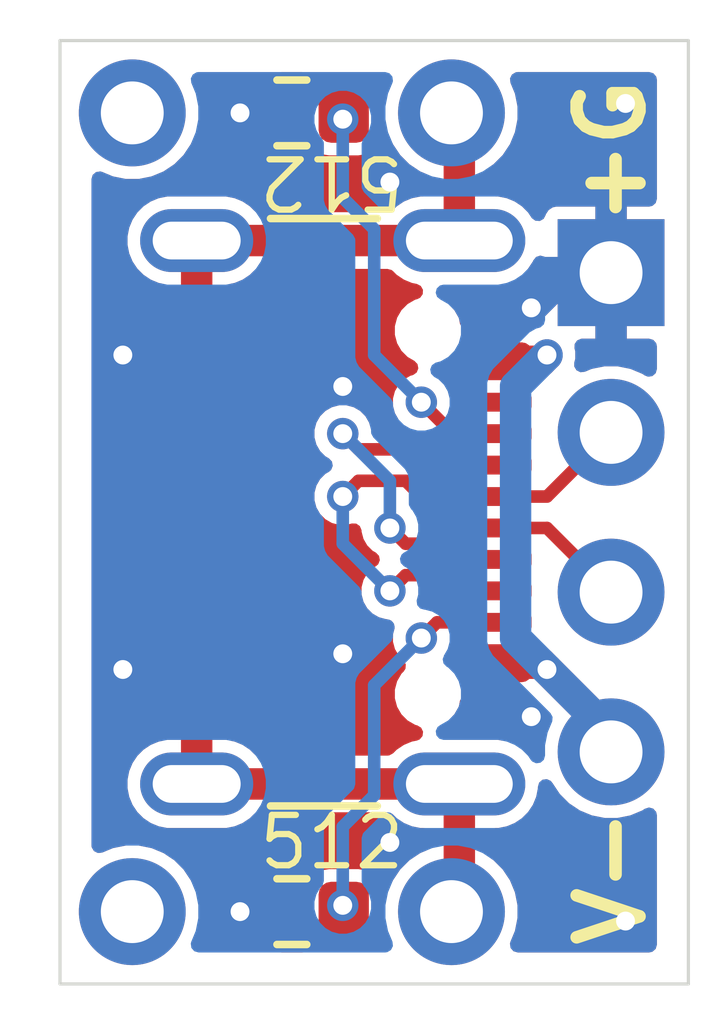
<source format=kicad_pcb>
(kicad_pcb (version 20241229) (generator "pcbnew") (generator_version "9.0")
  (layers (0 "F.Cu" signal) (2 "B.Cu" signal) (13 "F.Paste" user) (15 "B.Paste" user) (5 "F.SilkS" user "F.Silkscreen") (7 "B.SilkS" user "B.Silkscreen") (1 "F.Mask" user) (3 "B.Mask" user) (25 "Edge.Cuts" user))
  (net 0 "")
  (net 1 "VBUS")
  (net 3 "Net-(J1-CC1)")
  (net 4 "GND")
  (net 5 "D-")
  (net 7 "D+")
  (net 8 "Net-(J1-CC2)")
  (net 9 "SHIELD")
  (footprint "Resistor_SMD:R_0603_1608Metric" (layer "F.Cu") (at 96.19 93.65 180)
    (property "Reference" "R1" (hide yes))
    (property "Value" "5k1" (hide yes))
    (fp_line (start -0.237258 0.5225) (end 0.237258 0.5225) (stroke (width 0.12)) (layer "F.SilkS"))
    (fp_line (start -0.237258 -0.5225) (end 0.237258 -0.5225) (stroke (width 0.12)) (layer "F.SilkS"))
    (pad "1" smd roundrect (at -0.825 0 180) (size 0.8 0.95) (layers "F.Cu" "F.Mask" "F.Paste") (net 3 "Net-(J1-CC1)"))
    (pad "2" smd roundrect (at 0.825 0 180) (size 0.8 0.95) (layers "F.Cu" "F.Mask" "F.Paste") (net 4 "GND"))
  )
  (footprint "Resistor_SMD:R_0603_1608Metric" (layer "F.Cu") (at 96.19 106.35 180)
    (property "Reference" "R2" (hide yes))
    (property "Value" "5k1" (hide yes))
    (fp_line (start -0.237258 0.5225) (end 0.237258 0.5225) (stroke (width 0.12)) (layer "F.SilkS"))
    (fp_line (start -0.237258 -0.5225) (end 0.237258 -0.5225) (stroke (width 0.12)) (layer "F.SilkS"))
    (pad "1" smd roundrect (at -0.825 0 180) (size 0.8 0.95) (layers "F.Cu" "F.Mask" "F.Paste") (net 8 "Net-(J1-CC2)"))
    (pad "2" smd roundrect (at 0.825 0 180) (size 0.8 0.95) (layers "F.Cu" "F.Mask" "F.Paste") (net 4 "GND"))
  )
  (footprint "Connector_USB:USB_C_Receptacle_GCT_USB4105-xx-A_16P_TopMnt_Horizontal" (layer "F.Cu") (at 95.75 100 -90)
    (property "Reference" "J1" (hide yes))
    (property "Value" "USB_C_Receptacle_USB2.0_16P" (hide yes))
    (fp_line (start -4.67 -0.1) (end -4.67 -1.8) (stroke (width 0.12)) (layer "F.SilkS"))
    (fp_line (start 4.67 -0.1) (end 4.67 -1.8) (stroke (width 0.12)) (layer "F.SilkS"))
    (pad "" np_thru_hole circle (at -2.89 -2.605 270) (size 0.65 0.65) (drill 0.65) (layers "*.Cu" "*.Mask"))
    (pad "" np_thru_hole circle (at 2.89 -2.605 270) (size 0.65 0.65) (drill 0.65) (layers "*.Cu" "*.Mask"))
    (pad "A1" smd roundrect (at -3.2 -3.68 270) (size 0.6 1.15) (layers "F.Cu" "F.Mask" "F.Paste") (net 4 "GND"))
    (pad "A4" smd roundrect (at -2.4 -3.68 270) (size 0.6 1.15) (layers "F.Cu" "F.Mask" "F.Paste") (net 1 "VBUS"))
    (pad "A5" smd roundrect (at -1.25 -3.68 270) (size 0.3 1.15) (layers "F.Cu" "F.Mask" "F.Paste") (net 3 "Net-(J1-CC1)"))
    (pad "A6" smd roundrect (at -0.25 -3.68 270) (size 0.3 1.15) (layers "F.Cu" "F.Mask" "F.Paste") (net 7 "D+"))
    (pad "A7" smd roundrect (at 0.25 -3.68 270) (size 0.3 1.15) (layers "F.Cu" "F.Mask" "F.Paste") (net 5 "D-"))
    (pad "A8" smd roundrect (at 1.25 -3.68 270) (size 0.3 1.15) (layers "F.Cu" "F.Mask" "F.Paste"))
    (pad "A9" smd roundrect (at 2.4 -3.68 270) (size 0.6 1.15) (layers "F.Cu" "F.Mask" "F.Paste") (net 1 "VBUS"))
    (pad "A12" smd roundrect (at 3.2 -3.68 270) (size 0.6 1.15) (layers "F.Cu" "F.Mask" "F.Paste") (net 4 "GND"))
    (pad "B1" smd roundrect (at 3.2 -3.68 270) (size 0.6 1.15) (layers "F.Cu" "F.Mask" "F.Paste") (net 4 "GND"))
    (pad "B4" smd roundrect (at 2.4 -3.68 270) (size 0.6 1.15) (layers "F.Cu" "F.Mask" "F.Paste") (net 1 "VBUS"))
    (pad "B5" smd roundrect (at 1.75 -3.68 270) (size 0.3 1.15) (layers "F.Cu" "F.Mask" "F.Paste") (net 8 "Net-(J1-CC2)"))
    (pad "B6" smd roundrect (at 0.75 -3.68 270) (size 0.3 1.15) (layers "F.Cu" "F.Mask" "F.Paste") (net 7 "D+"))
    (pad "B7" smd roundrect (at -0.75 -3.68 270) (size 0.3 1.15) (layers "F.Cu" "F.Mask" "F.Paste") (net 5 "D-"))
    (pad "B8" smd roundrect (at -1.75 -3.68 270) (size 0.3 1.15) (layers "F.Cu" "F.Mask" "F.Paste"))
    (pad "B9" smd roundrect (at -2.4 -3.68 270) (size 0.6 1.15) (layers "F.Cu" "F.Mask" "F.Paste") (net 1 "VBUS"))
    (pad "B12" smd roundrect (at -3.2 -3.68 270) (size 0.6 1.15) (layers "F.Cu" "F.Mask" "F.Paste") (net 4 "GND"))
    (pad "S1" thru_hole oval (at -4.32 -3.105 270) (size 1 2.1) (drill oval 0.6 1.7) (property pad_prop_heatsink) (layers "*.Cu" "*.Mask" "F.Paste") (net 9 "SHIELD"))
    (pad "S1" thru_hole oval (at -4.32 1.075 270) (size 1 1.8) (drill oval 0.6 1.4) (property pad_prop_heatsink) (layers "*.Cu" "*.Mask" "F.Paste") (net 9 "SHIELD"))
    (pad "S1" thru_hole oval (at 4.32 -3.105 270) (size 1 2.1) (drill oval 0.6 1.7) (property pad_prop_heatsink) (layers "*.Cu" "*.Mask" "F.Paste") (net 9 "SHIELD"))
    (pad "S1" thru_hole oval (at 4.32 1.075 270) (size 1 1.8) (drill oval 0.6 1.4) (property pad_prop_heatsink) (layers "*.Cu" "*.Mask" "F.Paste") (net 9 "SHIELD"))
  )
  (footprint "Connector_PinHeader_2.54mm:PinHeader_1x01_P2.54mm_Vertical" (layer "B.Cu") (at 93.65 93.65 180)
    (property "Reference" "J5" (hide yes))
    (property "Value" "Conn_01x01_Pin" (hide yes))
    (pad "1" thru_hole circle (at 0 0 180) (size 1.7 1.7) (drill 1) (layers "*.Cu" "*.Mask"))
  )
  (footprint "Connector_PinHeader_2.54mm:PinHeader_1x01_P2.54mm_Vertical" (layer "B.Cu") (at 93.65 106.35 180)
    (property "Reference" "J6" (hide yes))
    (property "Value" "Conn_01x01_Pin" (hide yes))
    (pad "1" thru_hole circle (at 0 0 180) (size 1.7 1.7) (drill 1) (layers "*.Cu" "*.Mask"))
  )
  (footprint "Connector_PinHeader_2.54mm:PinHeader_1x01_P2.54mm_Vertical" (layer "B.Cu") (at 98.73 93.65 180)
    (property "Reference" "J3" (hide yes))
    (property "Value" "Conn_01x01_Pin" (hide yes))
    (pad "1" thru_hole circle (at 0 0 180) (size 1.7 1.7) (drill 1) (layers "*.Cu" "*.Mask") (net 9 "SHIELD"))
  )
  (footprint "Connector_PinHeader_2.54mm:PinHeader_1x01_P2.54mm_Vertical" (layer "B.Cu") (at 98.73 106.35 180)
    (property "Reference" "J4" (hide yes))
    (property "Value" "Conn_01x01_Pin" (hide yes))
    (pad "1" thru_hole circle (at 0 0 180) (size 1.7 1.7) (drill 1) (layers "*.Cu" "*.Mask") (net 9 "SHIELD"))
  )
  (footprint "LOGO" (layer "B.Cu") (at 95 100 -90)
    (property "Reference" "G***" (hide yes))
    (property "Value" "LOGO" (hide yes))
  )
  (footprint "Connector_PinHeader_2.54mm:PinHeader_1x04_P2.54mm_Vertical" (layer "B.Cu") (at 101.27 96.19 180)
    (property "Reference" "J2" (hide yes))
    (property "Value" "Conn_01x04_Pin" (hide yes))
    (pad "1" thru_hole rect (at 0 0 180) (size 1.7 1.7) (drill 1) (layers "*.Cu" "*.Mask") (net 4 "GND"))
    (pad "2" thru_hole circle (at 0 -2.54 180) (size 1.7 1.7) (drill 1) (layers "*.Cu" "*.Mask") (net 7 "D+"))
    (pad "3" thru_hole circle (at 0 -5.08 180) (size 1.7 1.7) (drill 1) (layers "*.Cu" "*.Mask") (net 5 "D-"))
    (pad "4" thru_hole circle (at 0 -7.62 180) (size 1.7 1.7) (drill 1) (layers "*.Cu" "*.Mask") (net 1 "VBUS"))
  )
  (gr_line (start 92.5 92.5) (end 92.5 107.5) (stroke (width 0.05)) (layer "Edge.Cuts"))
  (gr_line (start 102.5 107.5) (end 92.5 107.5) (stroke (width 0.05)) (layer "Edge.Cuts"))
  (gr_line (start 102.5 92.5) (end 102.5 107.5) (stroke (width 0.05)) (layer "Edge.Cuts"))
  (gr_line (start 102.5 92.5) (end 92.5 92.5) (stroke (width 0.05)) (layer "Edge.Cuts"))
  (gr_text "+G" (at 101.27 93.015 90) (layer "F.SilkS") (effects (font (size 1 1) (thickness 0.2) (bold yes)) (justify right)))
  (gr_text "512" (at 96.825 94.285 180) (layer "F.SilkS") (effects (font (size 0.8 0.8) (thickness 0.1)) (justify bottom)))
  (gr_text "512" (at 96.825 105.715 0) (layer "F.SilkS") (effects (font (size 0.8 0.8) (thickness 0.1)) (justify bottom)))
  (gr_text "V-" (at 101.27 106.985 90) (layer "F.SilkS") (effects (font (size 1 1) (thickness 0.2) (bold yes)) (justify left)))
  (segment (start 100.25 97.5) (end 100.15 97.6) (width 0.5) (layer "F.Cu") (net 1))
  (segment (start 100.15 97.6) (end 99.43 97.6) (width 0.5) (layer "F.Cu") (net 1))
  (segment (start 101.27 103.81) (end 101.27 103.52) (width 0.5) (layer "F.Cu") (net 1))
  (segment (start 101.27 103.52) (end 100.15 102.4) (width 0.5) (layer "F.Cu") (net 1))
  (segment (start 100.15 102.4) (end 99.43 102.4) (width 0.5) (layer "F.Cu") (net 1))
  (via (at 100.25 102.5) (size 0.5) (drill 0.3) (layers "F.Cu" "B.Cu") (net 1))
  (via (at 100.25 97.5) (size 0.5) (drill 0.3) (layers "F.Cu" "B.Cu") (net 1))
  (segment (start 100.25 102.5) (end 99.75 102) (width 0.5) (layer "B.Cu") (net 1))
  (segment (start 99.75 102) (end 99.75 98) (width 0.5) (layer "B.Cu") (net 1))
  (segment (start 101.27 103.52) (end 101.27 103.81) (width 0.5) (layer "B.Cu") (net 1))
  (segment (start 99.75 98) (end 100.25 97.5) (width 0.5) (layer "B.Cu") (net 1))
  (segment (start 100.25 102.5) (end 101.27 103.52) (width 0.5) (layer "B.Cu") (net 1))
  (segment (start 98.25 98.25) (end 98.75 98.75) (width 0.2) (layer "F.Cu") (net 3))
  (segment (start 98.75 98.75) (end 99.43 98.75) (width 0.2) (layer "F.Cu") (net 3))
  (via (at 97 93.75) (size 0.5) (drill 0.3) (layers "F.Cu" "B.Cu") (net 3))
  (via (at 98.25 98.25) (size 0.5) (drill 0.3) (layers "F.Cu" "B.Cu") (net 3))
  (segment (start 97 93.75) (end 97 95) (width 0.2) (layer "B.Cu") (net 3))
  (segment (start 97.5 97.5) (end 98.25 98.25) (width 0.2) (layer "B.Cu") (net 3))
  (segment (start 97.5 95.5) (end 97.5 97.5) (width 0.2) (layer "B.Cu") (net 3))
  (segment (start 97 95) (end 97.5 95.5) (width 0.2) (layer "B.Cu") (net 3))
  (segment (start 100.56 96.19) (end 101.27 96.19) (width 0.5) (layer "F.Cu") (net 4))
  (segment (start 99.95 96.8) (end 100.56 96.19) (width 0.5) (layer "F.Cu") (net 4))
  (segment (start 99.43 96.8) (end 99.95 96.8) (width 0.5) (layer "F.Cu") (net 4))
  (via (at 97 102.25) (size 0.5) (drill 0.3) (layers "F.Cu" "B.Cu") (net 4))
  (via (at 97.75 105.25) (size 0.5) (drill 0.3) (layers "F.Cu" "B.Cu") (net 4))
  (via (at 95.365 93.65) (size 0.5) (drill 0.3) (layers "F.Cu" "B.Cu") (net 4))
  (via (at 101.5 93.5) (size 0.5) (drill 0.3) (layers "F.Cu" "B.Cu") (net 4))
  (via (at 100 96.75) (size 0.5) (drill 0.3) (layers "F.Cu" "B.Cu") (net 4))
  (via (at 93.5 102.5) (size 0.5) (drill 0.3) (layers "F.Cu" "B.Cu") (net 4))
  (via (at 101.5 106.5) (size 0.5) (drill 0.3) (layers "F.Cu" "B.Cu") (net 4))
  (via (at 97.75 94.75) (size 0.5) (drill 0.3) (layers "F.Cu" "B.Cu") (net 4))
  (via (at 97 98) (size 0.5) (drill 0.3) (layers "F.Cu" "B.Cu") (net 4))
  (via (at 95.365 106.35) (size 0.5) (drill 0.3) (layers "F.Cu" "B.Cu") (net 4))
  (via (at 100 103.25) (size 0.5) (drill 0.3) (layers "F.Cu" "B.Cu") (net 4))
  (via (at 93.5 97.5) (size 0.5) (drill 0.3) (layers "F.Cu" "B.Cu") (net 4))
  (segment (start 100 103.25) (end 99 102.25) (width 0.5) (layer "B.Cu") (net 4))
  (segment (start 99 97.75) (end 100 96.75) (width 0.5) (layer "B.Cu") (net 4))
  (segment (start 100 96.75) (end 100.56 96.19) (width 0.5) (layer "B.Cu") (net 4))
  (segment (start 99 102.25) (end 99 97.75) (width 0.5) (layer "B.Cu") (net 4))
  (segment (start 100.56 96.19) (end 101.27 96.19) (width 0.5) (layer "B.Cu") (net 4))
  (segment (start 98.25 99) (end 98.5 99.25) (width 0.2) (layer "F.Cu") (net 5))
  (segment (start 98.25 100.5) (end 98.5 100.25) (width 0.2) (layer "F.Cu") (net 5))
  (segment (start 98 100.5) (end 98.25 100.5) (width 0.2) (layer "F.Cu") (net 5))
  (segment (start 99.43 100.25) (end 100.25 100.25) (width 0.2) (layer "F.Cu") (net 5))
  (segment (start 98.5 99.25) (end 99.43 99.25) (width 0.2) (layer "F.Cu") (net 5))
  (segment (start 98.5 100.25) (end 99.43 100.25) (width 0.2) (layer "F.Cu") (net 5))
  (segment (start 97.75 100.25) (end 98 100.5) (width 0.2) (layer "F.Cu") (net 5))
  (segment (start 97.25 99) (end 98.25 99) (width 0.2) (layer "F.Cu") (net 5))
  (segment (start 100.25 100.25) (end 101.27 101.27) (width 0.2) (layer "F.Cu") (net 5))
  (segment (start 97 98.75) (end 97.25 99) (width 0.2) (layer "F.Cu") (net 5))
  (via (at 97 98.75) (size 0.5) (drill 0.3) (layers "F.Cu" "B.Cu") (net 5))
  (via (at 97.75 100.25) (size 0.5) (drill 0.3) (layers "F.Cu" "B.Cu") (net 5))
  (segment (start 97.75 100.25) (end 97.75 99.5) (width 0.2) (layer "B.Cu") (net 5))
  (segment (start 97.75 99.5) (end 97 98.75) (width 0.2) (layer "B.Cu") (net 5))
  (segment (start 99.43 99.75) (end 100.25 99.75) (width 0.2) (layer "F.Cu") (net 7))
  (segment (start 98.75 100.75) (end 99.43 100.75) (width 0.2) (layer "F.Cu") (net 7))
  (segment (start 98 99.5) (end 98.25 99.75) (width 0.2) (layer "F.Cu") (net 7))
  (segment (start 97 99.75) (end 97.25 99.5) (width 0.2) (layer "F.Cu") (net 7))
  (segment (start 97.75 101.25) (end 98 101) (width 0.2) (layer "F.Cu") (net 7))
  (segment (start 100.25 99.75) (end 101.27 98.73) (width 0.2) (layer "F.Cu") (net 7))
  (segment (start 98.25 99.75) (end 99.43 99.75) (width 0.2) (layer "F.Cu") (net 7))
  (segment (start 98 101) (end 98.5 101) (width 0.2) (layer "F.Cu") (net 7))
  (segment (start 98.5 101) (end 98.75 100.75) (width 0.2) (layer "F.Cu") (net 7))
  (segment (start 97.25 99.5) (end 98 99.5) (width 0.2) (layer "F.Cu") (net 7))
  (via (at 97 99.75) (size 0.5) (drill 0.3) (layers "F.Cu" "B.Cu") (net 7))
  (via (at 97.75 101.25) (size 0.5) (drill 0.3) (layers "F.Cu" "B.Cu") (net 7))
  (segment (start 97 100.5) (end 97.75 101.25) (width 0.2) (layer "B.Cu") (net 7))
  (segment (start 97 99.75) (end 97 100.5) (width 0.2) (layer "B.Cu") (net 7))
  (segment (start 98.25 102) (end 98.5 101.75) (width 0.2) (layer "F.Cu") (net 8))
  (segment (start 98.5 101.75) (end 99.43 101.75) (width 0.2) (layer "F.Cu") (net 8))
  (via (at 97 106.25) (size 0.5) (drill 0.3) (layers "F.Cu" "B.Cu") (net 8))
  (via (at 98.25 102) (size 0.5) (drill 0.3) (layers "F.Cu" "B.Cu") (net 8))
  (segment (start 97 106.25) (end 97 105) (width 0.2) (layer "B.Cu") (net 8))
  (segment (start 97.5 102.75) (end 98.25 102) (width 0.2) (layer "B.Cu") (net 8))
  (segment (start 97 105) (end 97.5 104.5) (width 0.2) (layer "B.Cu") (net 8))
  (segment (start 97.5 104.5) (end 97.5 102.75) (width 0.2) (layer "B.Cu") (net 8))
  (segment (start 98.855 95.68) (end 98.855 93.775) (width 0.5) (layer "F.Cu") (net 9))
  (segment (start 98.855 93.775) (end 98.73 93.65) (width 0.5) (layer "F.Cu") (net 9))
  (segment (start 98.855 104.32) (end 98.855 106.225) (width 0.5) (layer "F.Cu") (net 9))
  (segment (start 94.675 104.32) (end 98.855 104.32) (width 0.5) (layer "F.Cu") (net 9))
  (segment (start 94.675 95.68) (end 94.675 104.32) (width 0.5) (layer "F.Cu") (net 9))
  (segment (start 94.675 95.68) (end 98.855 95.68) (width 0.5) (layer "F.Cu") (net 9))
  (segment (start 98.855 106.225) (end 98.73 106.35) (width 0.5) (layer "F.Cu") (net 9))
  (zone (net 4) (net_name "GND") (layers "F.Cu" "B.Cu") (connect_pads (clearance 0.2)) (min_thickness 0.25) (fill yes (thermal_gap 0.2) (thermal_bridge_width 0.5))
    (polygon (pts (xy 92.25 92.25) (xy 92.25 107.75) (xy 102.75 107.75) (xy 102.75 92.25)))
  )
)
</source>
